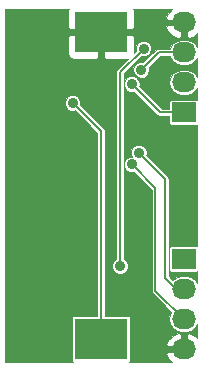
<source format=gbl>
%FSLAX46Y46*%
G04 Gerber Fmt 4.6, Leading zero omitted, Abs format (unit mm)*
G04 Created by KiCad (PCBNEW (2014-10-22 BZR 5216)-product) date Thu 04 Jun 2015 03:27:15 PM EDT*
%MOMM*%
G01*
G04 APERTURE LIST*
%ADD10C,0.100000*%
%ADD11R,4.500000X3.500000*%
%ADD12R,2.032000X1.727200*%
%ADD13O,2.032000X1.727200*%
%ADD14C,0.889000*%
%ADD15C,0.203200*%
%ADD16C,0.026000*%
G04 APERTURE END LIST*
D10*
D11*
X171400000Y-117000000D03*
X171400000Y-91000000D03*
D12*
X178400000Y-97800000D03*
D13*
X178400000Y-95260000D03*
X178400000Y-92720000D03*
X178400000Y-90180000D03*
D12*
X178400000Y-110200000D03*
D13*
X178400000Y-112740000D03*
X178400000Y-115280000D03*
X178400000Y-117820000D03*
D14*
X169000000Y-97000000D03*
X174000000Y-95400000D03*
X175150000Y-90650000D03*
X174400000Y-109600000D03*
X176200000Y-116200000D03*
X166400000Y-110800000D03*
X168400000Y-110800000D03*
X167800000Y-97200000D03*
X167800000Y-91400000D03*
X175000000Y-92400000D03*
X173000000Y-110800000D03*
X174800000Y-94200000D03*
X174600000Y-101200000D03*
X174000000Y-102200000D03*
D15*
X171400000Y-117000000D02*
X171400000Y-99400000D01*
X171400000Y-99400000D02*
X169000000Y-97000000D01*
X178400000Y-97800000D02*
X176400000Y-97800000D01*
X176400000Y-97800000D02*
X174000000Y-95400000D01*
X174200000Y-91000000D02*
X174800000Y-91000000D01*
X171400000Y-91000000D02*
X174200000Y-91000000D01*
X174800000Y-91000000D02*
X175150000Y-90650000D01*
X174400000Y-111800000D02*
X174400000Y-112200000D01*
X174400000Y-111800000D02*
X174400000Y-110600000D01*
X174400000Y-110600000D02*
X174400000Y-109600000D01*
X176200000Y-114000000D02*
X176200000Y-116200000D01*
X174400000Y-112200000D02*
X176200000Y-114000000D01*
X166400000Y-110800000D02*
X168400000Y-110800000D01*
X167800000Y-110200000D02*
X167800000Y-97200000D01*
X168400000Y-110800000D02*
X167800000Y-110200000D01*
X167800000Y-97200000D02*
X167800000Y-91400000D01*
X171400000Y-91000000D02*
X168200000Y-91000000D01*
X168200000Y-91000000D02*
X167800000Y-91400000D01*
X173000000Y-110800000D02*
X173000000Y-94600000D01*
X173000000Y-94600000D02*
X173000000Y-94400000D01*
X173000000Y-94400000D02*
X175000000Y-92400000D01*
X176280000Y-92720000D02*
X178400000Y-92720000D01*
X174800000Y-94200000D02*
X176280000Y-92720000D01*
X174600000Y-101200000D02*
X176800000Y-103400000D01*
X176800000Y-111800000D02*
X176800000Y-104200000D01*
X176800000Y-111800000D02*
X177740000Y-112740000D01*
X176800000Y-103400000D02*
X176800000Y-104200000D01*
X178400000Y-112740000D02*
X177740000Y-112740000D01*
X174600000Y-101400000D02*
X174600000Y-101200000D01*
X176000000Y-112880000D02*
X178400000Y-115280000D01*
X176000000Y-104200000D02*
X176000000Y-112880000D01*
X174000000Y-102200000D02*
X176000000Y-104200000D01*
D16*
G36*
X179533563Y-116888066D02*
X179347359Y-116692315D01*
X178855300Y-116473937D01*
X178641000Y-116573375D01*
X178641000Y-117579000D01*
X178661000Y-117579000D01*
X178661000Y-118061000D01*
X178641000Y-118061000D01*
X178641000Y-118081000D01*
X178159000Y-118081000D01*
X178159000Y-118061000D01*
X178159000Y-117579000D01*
X178159000Y-116573375D01*
X177944700Y-116473937D01*
X177452641Y-116692315D01*
X177081607Y-117082373D01*
X176938622Y-117368674D01*
X177016620Y-117579000D01*
X178159000Y-117579000D01*
X178159000Y-118061000D01*
X177016620Y-118061000D01*
X176938622Y-118271326D01*
X177081607Y-118557627D01*
X177439207Y-118933563D01*
X173772416Y-118933563D01*
X173772602Y-118933486D01*
X173833486Y-118872602D01*
X173866437Y-118793052D01*
X173866437Y-118706948D01*
X173866437Y-115206948D01*
X173833486Y-115127398D01*
X173772602Y-115066514D01*
X173693052Y-115033563D01*
X173606948Y-115033563D01*
X171718037Y-115033563D01*
X171718037Y-99400000D01*
X171693828Y-99278293D01*
X171693828Y-99278292D01*
X171624886Y-99175114D01*
X171159000Y-98709228D01*
X171159000Y-93140750D01*
X171159000Y-91241000D01*
X168759250Y-91241000D01*
X168629000Y-91371250D01*
X168629000Y-92853633D01*
X168708317Y-93045122D01*
X168854877Y-93191682D01*
X169046366Y-93271000D01*
X169253633Y-93271000D01*
X171028750Y-93271000D01*
X171159000Y-93140750D01*
X171159000Y-98709228D01*
X169637641Y-97187869D01*
X169660822Y-97132045D01*
X169661052Y-96869108D01*
X169560642Y-96626098D01*
X169374880Y-96440011D01*
X169132045Y-96339178D01*
X168869108Y-96338948D01*
X168626098Y-96439358D01*
X168440011Y-96625120D01*
X168339178Y-96867955D01*
X168338948Y-97130892D01*
X168439358Y-97373902D01*
X168625120Y-97559989D01*
X168867955Y-97660822D01*
X169130892Y-97661052D01*
X169187775Y-97637547D01*
X171081963Y-99531735D01*
X171081963Y-115033563D01*
X169106948Y-115033563D01*
X169027398Y-115066514D01*
X168966514Y-115127398D01*
X168933563Y-115206948D01*
X168933563Y-115293052D01*
X168933563Y-118793052D01*
X168966514Y-118872602D01*
X169027398Y-118933486D01*
X169027583Y-118933563D01*
X163266437Y-118933563D01*
X163266437Y-104200000D01*
X163266437Y-89066437D01*
X168662107Y-89066437D01*
X168629000Y-89146367D01*
X168629000Y-90628750D01*
X168759250Y-90759000D01*
X171159000Y-90759000D01*
X171159000Y-90739000D01*
X171641000Y-90739000D01*
X171641000Y-90759000D01*
X174040750Y-90759000D01*
X174171000Y-90628750D01*
X174171000Y-89146367D01*
X174137892Y-89066437D01*
X177439207Y-89066437D01*
X177081607Y-89442373D01*
X176938622Y-89728674D01*
X177016620Y-89939000D01*
X178159000Y-89939000D01*
X178159000Y-89919000D01*
X178641000Y-89919000D01*
X178641000Y-89939000D01*
X178661000Y-89939000D01*
X178661000Y-90421000D01*
X178641000Y-90421000D01*
X178641000Y-91426625D01*
X178855300Y-91526063D01*
X179347359Y-91307685D01*
X179533563Y-91111933D01*
X179533563Y-92245617D01*
X179340246Y-91956299D01*
X178989857Y-91722176D01*
X178576545Y-91639963D01*
X178223455Y-91639963D01*
X178159000Y-91652783D01*
X178159000Y-91426625D01*
X178159000Y-90421000D01*
X177016620Y-90421000D01*
X176938622Y-90631326D01*
X177081607Y-90917627D01*
X177452641Y-91307685D01*
X177944700Y-91526063D01*
X178159000Y-91426625D01*
X178159000Y-91652783D01*
X177810143Y-91722176D01*
X177459754Y-91956299D01*
X177225631Y-92306688D01*
X177206679Y-92401963D01*
X176280000Y-92401963D01*
X176158292Y-92426172D01*
X176055114Y-92495114D01*
X175661052Y-92889175D01*
X175661052Y-92269108D01*
X175560642Y-92026098D01*
X175374880Y-91840011D01*
X175132045Y-91739178D01*
X174869108Y-91738948D01*
X174626098Y-91839358D01*
X174440011Y-92025120D01*
X174339178Y-92267955D01*
X174338948Y-92530892D01*
X174362452Y-92587775D01*
X174171000Y-92779228D01*
X174171000Y-91371250D01*
X174040750Y-91241000D01*
X171641000Y-91241000D01*
X171641000Y-93140750D01*
X171771250Y-93271000D01*
X173546367Y-93271000D01*
X173679228Y-93271000D01*
X172775114Y-94175114D01*
X172706172Y-94278292D01*
X172681963Y-94400000D01*
X172681963Y-94600000D01*
X172681963Y-110216274D01*
X172626098Y-110239358D01*
X172440011Y-110425120D01*
X172339178Y-110667955D01*
X172338948Y-110930892D01*
X172439358Y-111173902D01*
X172625120Y-111359989D01*
X172867955Y-111460822D01*
X173130892Y-111461052D01*
X173373902Y-111360642D01*
X173559989Y-111174880D01*
X173660822Y-110932045D01*
X173661052Y-110669108D01*
X173560642Y-110426098D01*
X173374880Y-110240011D01*
X173318037Y-110216407D01*
X173318037Y-94600000D01*
X173318037Y-94531735D01*
X174812130Y-93037641D01*
X174867955Y-93060822D01*
X175130892Y-93061052D01*
X175373902Y-92960642D01*
X175559989Y-92774880D01*
X175660822Y-92532045D01*
X175661052Y-92269108D01*
X175661052Y-92889175D01*
X174987869Y-93562358D01*
X174932045Y-93539178D01*
X174669108Y-93538948D01*
X174426098Y-93639358D01*
X174240011Y-93825120D01*
X174139178Y-94067955D01*
X174138948Y-94330892D01*
X174239358Y-94573902D01*
X174425120Y-94759989D01*
X174667955Y-94860822D01*
X174930892Y-94861052D01*
X175173902Y-94760642D01*
X175359989Y-94574880D01*
X175460822Y-94332045D01*
X175461052Y-94069108D01*
X175437547Y-94012224D01*
X176411735Y-93038037D01*
X177206679Y-93038037D01*
X177225631Y-93133312D01*
X177459754Y-93483701D01*
X177810143Y-93717824D01*
X178223455Y-93800037D01*
X178576545Y-93800037D01*
X178989857Y-93717824D01*
X179340246Y-93483701D01*
X179533563Y-93194382D01*
X179533563Y-94785617D01*
X179340246Y-94496299D01*
X178989857Y-94262176D01*
X178576545Y-94179963D01*
X178223455Y-94179963D01*
X177810143Y-94262176D01*
X177459754Y-94496299D01*
X177225631Y-94846688D01*
X177143418Y-95260000D01*
X177225631Y-95673312D01*
X177459754Y-96023701D01*
X177810143Y-96257824D01*
X178223455Y-96340037D01*
X178576545Y-96340037D01*
X178989857Y-96257824D01*
X179340246Y-96023701D01*
X179533563Y-95734382D01*
X179533563Y-96750826D01*
X179459052Y-96719963D01*
X179372948Y-96719963D01*
X177340948Y-96719963D01*
X177261398Y-96752914D01*
X177200514Y-96813798D01*
X177167563Y-96893348D01*
X177167563Y-96979452D01*
X177167563Y-97481963D01*
X176531735Y-97481963D01*
X174637641Y-95587869D01*
X174660822Y-95532045D01*
X174661052Y-95269108D01*
X174560642Y-95026098D01*
X174374880Y-94840011D01*
X174132045Y-94739178D01*
X173869108Y-94738948D01*
X173626098Y-94839358D01*
X173440011Y-95025120D01*
X173339178Y-95267955D01*
X173338948Y-95530892D01*
X173439358Y-95773902D01*
X173625120Y-95959989D01*
X173867955Y-96060822D01*
X174130892Y-96061052D01*
X174187775Y-96037547D01*
X176175114Y-98024886D01*
X176278292Y-98093828D01*
X176278293Y-98093828D01*
X176400000Y-98118037D01*
X177167563Y-98118037D01*
X177167563Y-98706652D01*
X177200514Y-98786202D01*
X177261398Y-98847086D01*
X177340948Y-98880037D01*
X177427052Y-98880037D01*
X179459052Y-98880037D01*
X179533563Y-98849173D01*
X179533563Y-109150826D01*
X179459052Y-109119963D01*
X179372948Y-109119963D01*
X177340948Y-109119963D01*
X177261398Y-109152914D01*
X177200514Y-109213798D01*
X177167563Y-109293348D01*
X177167563Y-109379452D01*
X177167563Y-111106652D01*
X177200514Y-111186202D01*
X177261398Y-111247086D01*
X177340948Y-111280037D01*
X177427052Y-111280037D01*
X179459052Y-111280037D01*
X179533563Y-111249173D01*
X179533563Y-112265617D01*
X179340246Y-111976299D01*
X178989857Y-111742176D01*
X178576545Y-111659963D01*
X178223455Y-111659963D01*
X177810143Y-111742176D01*
X177459754Y-111976299D01*
X177446262Y-111996490D01*
X177118037Y-111668265D01*
X177118037Y-104200000D01*
X177118037Y-103400000D01*
X177093828Y-103278293D01*
X177093828Y-103278292D01*
X177024886Y-103175114D01*
X175237641Y-101387869D01*
X175260822Y-101332045D01*
X175261052Y-101069108D01*
X175160642Y-100826098D01*
X174974880Y-100640011D01*
X174732045Y-100539178D01*
X174469108Y-100538948D01*
X174226098Y-100639358D01*
X174040011Y-100825120D01*
X173939178Y-101067955D01*
X173938948Y-101330892D01*
X174024971Y-101539084D01*
X173869108Y-101538948D01*
X173626098Y-101639358D01*
X173440011Y-101825120D01*
X173339178Y-102067955D01*
X173338948Y-102330892D01*
X173439358Y-102573902D01*
X173625120Y-102759989D01*
X173867955Y-102860822D01*
X174130892Y-102861052D01*
X174187775Y-102837547D01*
X175681963Y-104331735D01*
X175681963Y-112880000D01*
X175706172Y-113001708D01*
X175775114Y-113104886D01*
X177350314Y-114680086D01*
X177225631Y-114866688D01*
X177143418Y-115280000D01*
X177225631Y-115693312D01*
X177459754Y-116043701D01*
X177810143Y-116277824D01*
X178223455Y-116360037D01*
X178576545Y-116360037D01*
X178989857Y-116277824D01*
X179340246Y-116043701D01*
X179533563Y-115754382D01*
X179533563Y-116888066D01*
X179533563Y-116888066D01*
G37*
X179533563Y-116888066D02*
X179347359Y-116692315D01*
X178855300Y-116473937D01*
X178641000Y-116573375D01*
X178641000Y-117579000D01*
X178661000Y-117579000D01*
X178661000Y-118061000D01*
X178641000Y-118061000D01*
X178641000Y-118081000D01*
X178159000Y-118081000D01*
X178159000Y-118061000D01*
X178159000Y-117579000D01*
X178159000Y-116573375D01*
X177944700Y-116473937D01*
X177452641Y-116692315D01*
X177081607Y-117082373D01*
X176938622Y-117368674D01*
X177016620Y-117579000D01*
X178159000Y-117579000D01*
X178159000Y-118061000D01*
X177016620Y-118061000D01*
X176938622Y-118271326D01*
X177081607Y-118557627D01*
X177439207Y-118933563D01*
X173772416Y-118933563D01*
X173772602Y-118933486D01*
X173833486Y-118872602D01*
X173866437Y-118793052D01*
X173866437Y-118706948D01*
X173866437Y-115206948D01*
X173833486Y-115127398D01*
X173772602Y-115066514D01*
X173693052Y-115033563D01*
X173606948Y-115033563D01*
X171718037Y-115033563D01*
X171718037Y-99400000D01*
X171693828Y-99278293D01*
X171693828Y-99278292D01*
X171624886Y-99175114D01*
X171159000Y-98709228D01*
X171159000Y-93140750D01*
X171159000Y-91241000D01*
X168759250Y-91241000D01*
X168629000Y-91371250D01*
X168629000Y-92853633D01*
X168708317Y-93045122D01*
X168854877Y-93191682D01*
X169046366Y-93271000D01*
X169253633Y-93271000D01*
X171028750Y-93271000D01*
X171159000Y-93140750D01*
X171159000Y-98709228D01*
X169637641Y-97187869D01*
X169660822Y-97132045D01*
X169661052Y-96869108D01*
X169560642Y-96626098D01*
X169374880Y-96440011D01*
X169132045Y-96339178D01*
X168869108Y-96338948D01*
X168626098Y-96439358D01*
X168440011Y-96625120D01*
X168339178Y-96867955D01*
X168338948Y-97130892D01*
X168439358Y-97373902D01*
X168625120Y-97559989D01*
X168867955Y-97660822D01*
X169130892Y-97661052D01*
X169187775Y-97637547D01*
X171081963Y-99531735D01*
X171081963Y-115033563D01*
X169106948Y-115033563D01*
X169027398Y-115066514D01*
X168966514Y-115127398D01*
X168933563Y-115206948D01*
X168933563Y-115293052D01*
X168933563Y-118793052D01*
X168966514Y-118872602D01*
X169027398Y-118933486D01*
X169027583Y-118933563D01*
X163266437Y-118933563D01*
X163266437Y-104200000D01*
X163266437Y-89066437D01*
X168662107Y-89066437D01*
X168629000Y-89146367D01*
X168629000Y-90628750D01*
X168759250Y-90759000D01*
X171159000Y-90759000D01*
X171159000Y-90739000D01*
X171641000Y-90739000D01*
X171641000Y-90759000D01*
X174040750Y-90759000D01*
X174171000Y-90628750D01*
X174171000Y-89146367D01*
X174137892Y-89066437D01*
X177439207Y-89066437D01*
X177081607Y-89442373D01*
X176938622Y-89728674D01*
X177016620Y-89939000D01*
X178159000Y-89939000D01*
X178159000Y-89919000D01*
X178641000Y-89919000D01*
X178641000Y-89939000D01*
X178661000Y-89939000D01*
X178661000Y-90421000D01*
X178641000Y-90421000D01*
X178641000Y-91426625D01*
X178855300Y-91526063D01*
X179347359Y-91307685D01*
X179533563Y-91111933D01*
X179533563Y-92245617D01*
X179340246Y-91956299D01*
X178989857Y-91722176D01*
X178576545Y-91639963D01*
X178223455Y-91639963D01*
X178159000Y-91652783D01*
X178159000Y-91426625D01*
X178159000Y-90421000D01*
X177016620Y-90421000D01*
X176938622Y-90631326D01*
X177081607Y-90917627D01*
X177452641Y-91307685D01*
X177944700Y-91526063D01*
X178159000Y-91426625D01*
X178159000Y-91652783D01*
X177810143Y-91722176D01*
X177459754Y-91956299D01*
X177225631Y-92306688D01*
X177206679Y-92401963D01*
X176280000Y-92401963D01*
X176158292Y-92426172D01*
X176055114Y-92495114D01*
X175661052Y-92889175D01*
X175661052Y-92269108D01*
X175560642Y-92026098D01*
X175374880Y-91840011D01*
X175132045Y-91739178D01*
X174869108Y-91738948D01*
X174626098Y-91839358D01*
X174440011Y-92025120D01*
X174339178Y-92267955D01*
X174338948Y-92530892D01*
X174362452Y-92587775D01*
X174171000Y-92779228D01*
X174171000Y-91371250D01*
X174040750Y-91241000D01*
X171641000Y-91241000D01*
X171641000Y-93140750D01*
X171771250Y-93271000D01*
X173546367Y-93271000D01*
X173679228Y-93271000D01*
X172775114Y-94175114D01*
X172706172Y-94278292D01*
X172681963Y-94400000D01*
X172681963Y-94600000D01*
X172681963Y-110216274D01*
X172626098Y-110239358D01*
X172440011Y-110425120D01*
X172339178Y-110667955D01*
X172338948Y-110930892D01*
X172439358Y-111173902D01*
X172625120Y-111359989D01*
X172867955Y-111460822D01*
X173130892Y-111461052D01*
X173373902Y-111360642D01*
X173559989Y-111174880D01*
X173660822Y-110932045D01*
X173661052Y-110669108D01*
X173560642Y-110426098D01*
X173374880Y-110240011D01*
X173318037Y-110216407D01*
X173318037Y-94600000D01*
X173318037Y-94531735D01*
X174812130Y-93037641D01*
X174867955Y-93060822D01*
X175130892Y-93061052D01*
X175373902Y-92960642D01*
X175559989Y-92774880D01*
X175660822Y-92532045D01*
X175661052Y-92269108D01*
X175661052Y-92889175D01*
X174987869Y-93562358D01*
X174932045Y-93539178D01*
X174669108Y-93538948D01*
X174426098Y-93639358D01*
X174240011Y-93825120D01*
X174139178Y-94067955D01*
X174138948Y-94330892D01*
X174239358Y-94573902D01*
X174425120Y-94759989D01*
X174667955Y-94860822D01*
X174930892Y-94861052D01*
X175173902Y-94760642D01*
X175359989Y-94574880D01*
X175460822Y-94332045D01*
X175461052Y-94069108D01*
X175437547Y-94012224D01*
X176411735Y-93038037D01*
X177206679Y-93038037D01*
X177225631Y-93133312D01*
X177459754Y-93483701D01*
X177810143Y-93717824D01*
X178223455Y-93800037D01*
X178576545Y-93800037D01*
X178989857Y-93717824D01*
X179340246Y-93483701D01*
X179533563Y-93194382D01*
X179533563Y-94785617D01*
X179340246Y-94496299D01*
X178989857Y-94262176D01*
X178576545Y-94179963D01*
X178223455Y-94179963D01*
X177810143Y-94262176D01*
X177459754Y-94496299D01*
X177225631Y-94846688D01*
X177143418Y-95260000D01*
X177225631Y-95673312D01*
X177459754Y-96023701D01*
X177810143Y-96257824D01*
X178223455Y-96340037D01*
X178576545Y-96340037D01*
X178989857Y-96257824D01*
X179340246Y-96023701D01*
X179533563Y-95734382D01*
X179533563Y-96750826D01*
X179459052Y-96719963D01*
X179372948Y-96719963D01*
X177340948Y-96719963D01*
X177261398Y-96752914D01*
X177200514Y-96813798D01*
X177167563Y-96893348D01*
X177167563Y-96979452D01*
X177167563Y-97481963D01*
X176531735Y-97481963D01*
X174637641Y-95587869D01*
X174660822Y-95532045D01*
X174661052Y-95269108D01*
X174560642Y-95026098D01*
X174374880Y-94840011D01*
X174132045Y-94739178D01*
X173869108Y-94738948D01*
X173626098Y-94839358D01*
X173440011Y-95025120D01*
X173339178Y-95267955D01*
X173338948Y-95530892D01*
X173439358Y-95773902D01*
X173625120Y-95959989D01*
X173867955Y-96060822D01*
X174130892Y-96061052D01*
X174187775Y-96037547D01*
X176175114Y-98024886D01*
X176278292Y-98093828D01*
X176278293Y-98093828D01*
X176400000Y-98118037D01*
X177167563Y-98118037D01*
X177167563Y-98706652D01*
X177200514Y-98786202D01*
X177261398Y-98847086D01*
X177340948Y-98880037D01*
X177427052Y-98880037D01*
X179459052Y-98880037D01*
X179533563Y-98849173D01*
X179533563Y-109150826D01*
X179459052Y-109119963D01*
X179372948Y-109119963D01*
X177340948Y-109119963D01*
X177261398Y-109152914D01*
X177200514Y-109213798D01*
X177167563Y-109293348D01*
X177167563Y-109379452D01*
X177167563Y-111106652D01*
X177200514Y-111186202D01*
X177261398Y-111247086D01*
X177340948Y-111280037D01*
X177427052Y-111280037D01*
X179459052Y-111280037D01*
X179533563Y-111249173D01*
X179533563Y-112265617D01*
X179340246Y-111976299D01*
X178989857Y-111742176D01*
X178576545Y-111659963D01*
X178223455Y-111659963D01*
X177810143Y-111742176D01*
X177459754Y-111976299D01*
X177446262Y-111996490D01*
X177118037Y-111668265D01*
X177118037Y-104200000D01*
X177118037Y-103400000D01*
X177093828Y-103278293D01*
X177093828Y-103278292D01*
X177024886Y-103175114D01*
X175237641Y-101387869D01*
X175260822Y-101332045D01*
X175261052Y-101069108D01*
X175160642Y-100826098D01*
X174974880Y-100640011D01*
X174732045Y-100539178D01*
X174469108Y-100538948D01*
X174226098Y-100639358D01*
X174040011Y-100825120D01*
X173939178Y-101067955D01*
X173938948Y-101330892D01*
X174024971Y-101539084D01*
X173869108Y-101538948D01*
X173626098Y-101639358D01*
X173440011Y-101825120D01*
X173339178Y-102067955D01*
X173338948Y-102330892D01*
X173439358Y-102573902D01*
X173625120Y-102759989D01*
X173867955Y-102860822D01*
X174130892Y-102861052D01*
X174187775Y-102837547D01*
X175681963Y-104331735D01*
X175681963Y-112880000D01*
X175706172Y-113001708D01*
X175775114Y-113104886D01*
X177350314Y-114680086D01*
X177225631Y-114866688D01*
X177143418Y-115280000D01*
X177225631Y-115693312D01*
X177459754Y-116043701D01*
X177810143Y-116277824D01*
X178223455Y-116360037D01*
X178576545Y-116360037D01*
X178989857Y-116277824D01*
X179340246Y-116043701D01*
X179533563Y-115754382D01*
X179533563Y-116888066D01*
M02*

</source>
